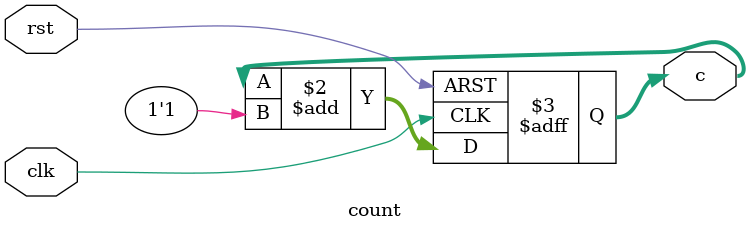
<source format=v>
module count(	c,
				clk,
				rst
			);

  input clk,rst; 
  output [7:0]c;
  reg [7:0]c;

  always @(posedge clk or posedge rst)
	begin
       if (rst)
        c <= 8'b0;
       else
		c <= c + 1'b1;
	end
  endmodule


</source>
